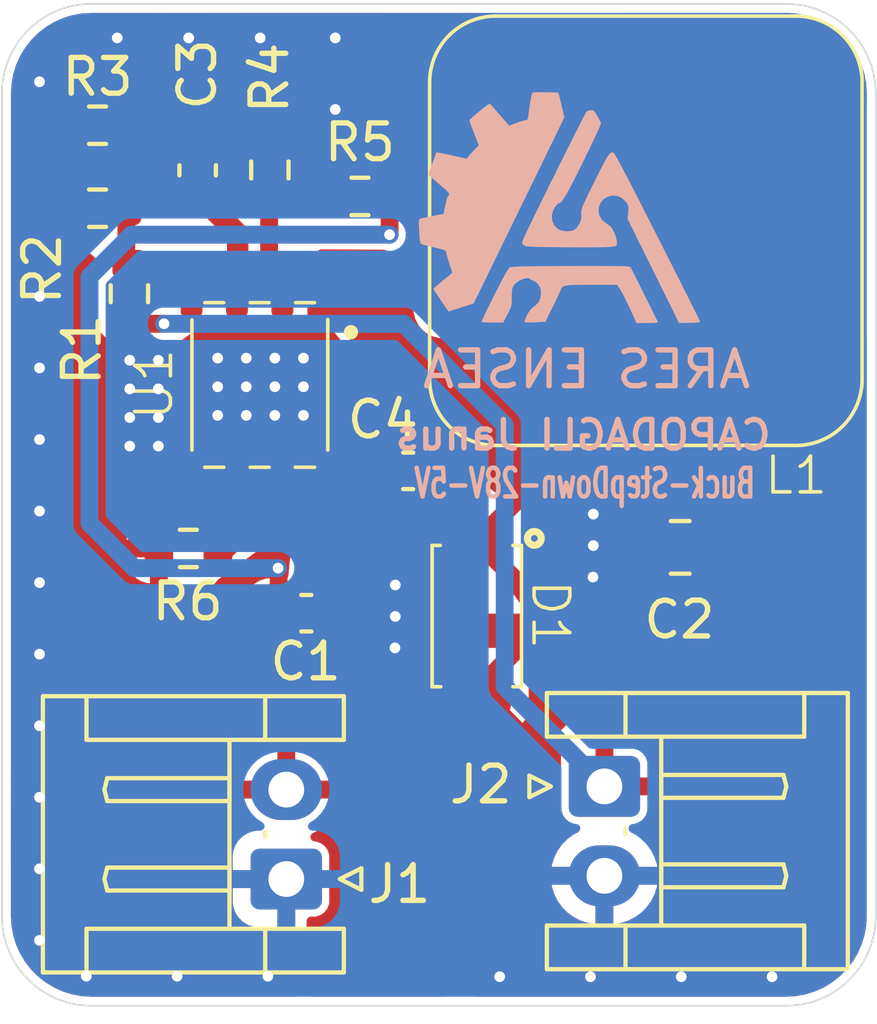
<source format=kicad_pcb>
(kicad_pcb (version 20241229) (generator "pcbnew") (generator_version "9.0")
  (title_block (title "Janus's Buck StepDown MP1584 PCB") (comment 1 "Takes up to 28V and 3A") (comment 2 "This is a 5V DC-DC Buck StepDown converter ") (comment 3 "Size : 28mm*24.5mm"))
  (layers (0 "F.Cu" signal) (2 "B.Cu" signal) (13 "F.Paste" user) (15 "B.Paste" user) (5 "F.SilkS" user "F.Silkscreen") (7 "B.SilkS" user "B.Silkscreen") (1 "F.Mask" user) (3 "B.Mask" user) (25 "Edge.Cuts" user))
  (net 0 "")
  (net 1 "GND")
  (net 2 "Net-(C3-Pad2)")
  (net 3 "Net-(U1-COMP)")
  (net 4 "Net-(U1-BST)")
  (net 5 "/FB")
  (net 6 "/EN")
  (net 7 "Net-(U1-FREQ)")
  (net 8 "/VIN")
  (net 9 "/Vout")
  (net 10 "/SW")
  (footprint "DO-214AD:FSV330AF" (layer "F.Cu") (at 166.76 96.01 -90)
    (property "Reference" "D1" (at 2.06 -2.06 270) (layer "F.SilkS") (effects (font (thickness 0.1))))
    (property "Value" "1N5822")
    (fp_line (start 0.125 1.25) (end 4.075 1.25) (stroke (width 0.1)) (layer "F.SilkS"))
    (fp_line (start 4.075 1.25) (end 0.125 1.25) (stroke (width 0.1)) (layer "F.SilkS"))
    (fp_line (start 4.075 1.25) (end 4.075 1.01) (stroke (width 0.1)) (layer "F.SilkS"))
    (fp_line (start 0.125 1.02) (end 0.125 1.25) (stroke (width 0.1)) (layer "F.SilkS"))
    (fp_line (start 0.125 -1.01) (end 0.125 -1.25) (stroke (width 0.1)) (layer "F.SilkS"))
    (fp_line (start 4.075 -1.25) (end 4.075 -1.01) (stroke (width 0.1)) (layer "F.SilkS"))
    (fp_line (start 4.075 -1.25) (end 0.125 -1.25) (stroke (width 0.1)) (layer "F.SilkS"))
    (fp_circle (center -0.072195 -1.61) (end -0.012195 -1.54) (stroke (width 0.2)) (fill no) (layer "F.SilkS"))
    (pad "1" smd roundrect (at 0 0) (size 1.9 1.34) (layers "F.Cu" "F.Mask" "F.Paste") (roundrect_rratio 0.15) (net 10 "/SW"))
    (pad "2" smd roundrect (at 4.16 0) (size 1.9 1.34) (layers "F.Cu" "F.Mask" "F.Paste") (roundrect_rratio 0.15) (net 1 "GND"))
  )
  (footprint "Resistor_SMD:R_0603_1608Metric" (layer "F.Cu") (at 156.15 84.39 180)
    (property "Reference" "R3" (at 0 1.35 0) (layer "F.SilkS"))
    (property "Value" "100k")
    (fp_line (start -0.237258 0.5225) (end 0.237258 0.5225) (stroke (width 0.12)) (layer "F.SilkS"))
    (fp_line (start -0.237258 -0.5225) (end 0.237258 -0.5225) (stroke (width 0.12)) (layer "F.SilkS"))
    (pad "1" smd roundrect (at -0.825 0 180) (size 0.8 0.95) (layers "F.Cu" "F.Mask" "F.Paste") (net 2 "Net-(C3-Pad2)"))
    (pad "2" smd roundrect (at 0.825 0 180) (size 0.8 0.95) (layers "F.Cu" "F.Mask" "F.Paste") (net 1 "GND"))
  )
  (footprint "Resistor_SMD:R_0603_1608Metric" (layer "F.Cu") (at 158.69 96.22 180)
    (property "Reference" "R6" (at 0.02 -1.48 180) (layer "F.SilkS"))
    (property "Value" "100k")
    (fp_line (start -0.237258 0.5225) (end 0.237258 0.5225) (stroke (width 0.12)) (layer "F.SilkS"))
    (fp_line (start -0.237258 -0.5225) (end 0.237258 -0.5225) (stroke (width 0.12)) (layer "F.SilkS"))
    (pad "1" smd roundrect (at -0.825 0 180) (size 0.8 0.95) (layers "F.Cu" "F.Mask" "F.Paste") (net 7 "Net-(U1-FREQ)"))
    (pad "2" smd roundrect (at 0.825 0 180) (size 0.8 0.95) (layers "F.Cu" "F.Mask" "F.Paste") (net 1 "GND"))
  )
  (footprint "Resistor_SMD:R_0603_1608Metric" (layer "F.Cu") (at 163.49 86.38 180)
    (property "Reference" "R5" (at 0 1.51 0) (layer "F.SilkS"))
    (property "Value" "100k")
    (fp_line (start -0.237258 0.5225) (end 0.237258 0.5225) (stroke (width 0.12)) (layer "F.SilkS"))
    (fp_line (start -0.237258 -0.5225) (end 0.237258 -0.5225) (stroke (width 0.12)) (layer "F.SilkS"))
    (pad "1" smd roundrect (at -0.825 0 180) (size 0.8 0.95) (layers "F.Cu" "F.Mask" "F.Paste") (net 8 "/VIN"))
    (pad "2" smd roundrect (at 0.825 0 180) (size 0.8 0.95) (layers "F.Cu" "F.Mask" "F.Paste") (net 6 "/EN"))
  )
  (footprint "Connector_JST:JST_EH_S2B-EH_1x02_P2.50mm_Horizontal" (layer "F.Cu") (at 161.43 105.46 90)
    (property "Reference" "J1" (at -0.14 3.1675 0) (layer "F.SilkS"))
    (property "Value" "Conn_01x02")
    (fp_line (start 5.11 -6.81) (end 5.11 1.61) (stroke (width 0.12)) (layer "F.SilkS"))
    (fp_line (start -2.61 -6.81) (end 5.11 -6.81) (stroke (width 0.12)) (layer "F.SilkS"))
    (fp_line (start 5.11 -5.59) (end 3.89 -5.59) (stroke (width 0.12)) (layer "F.SilkS"))
    (fp_line (start 3.89 -5.59) (end 3.89 -0.59) (stroke (width 0.12)) (layer "F.SilkS"))
    (fp_line (start -1.39 -5.59) (end -1.39 -0.59) (stroke (width 0.12)) (layer "F.SilkS"))
    (fp_line (start -2.61 -5.59) (end -1.39 -5.59) (stroke (width 0.12)) (layer "F.SilkS"))
    (fp_line (start 2.5 -5.09) (end 2.82 -5.01) (stroke (width 0.12)) (layer "F.SilkS"))
    (fp_line (start 0 -5.09) (end 0.32 -5.01) (stroke (width 0.12)) (layer "F.SilkS"))
    (fp_line (start 2.82 -5.01) (end 2.82 -1.59) (stroke (width 0.12)) (layer "F.SilkS"))
    (fp_line (start 2.18 -5.01) (end 2.5 -5.09) (stroke (width 0.12)) (layer "F.SilkS"))
    (fp_line (start 0.32 -5.01) (end 0.32 -1.59) (stroke (width 0.12)) (layer "F.SilkS"))
    (fp_line (start -0.32 -5.01) (end 0 -5.09) (stroke (width 0.12)) (layer "F.SilkS"))
    (fp_line (start 2.82 -1.59) (end 2.5 -1.59) (stroke (width 0.12)) (layer "F.SilkS"))
    (fp_line (start 2.5 -1.59) (end 2.18 -1.59) (stroke (width 0.12)) (layer "F.SilkS"))
    (fp_line (start 2.18 -1.59) (end 2.18 -5.01) (stroke (width 0.12)) (layer "F.SilkS"))
    (fp_line (start 0.32 -1.59) (end 0 -1.59) (stroke (width 0.12)) (layer "F.SilkS"))
    (fp_line (start 0 -1.59) (end -0.32 -1.59) (stroke (width 0.12)) (layer "F.SilkS"))
    (fp_line (start -0.32 -1.59) (end -0.32 -5.01) (stroke (width 0.12)) (layer "F.SilkS"))
    (fp_line (start -1.39 -1.59) (end 3.89 -1.59) (stroke (width 0.12)) (layer "F.SilkS"))
    (fp_line (start 3.89 -0.59) (end 5.11 -0.59) (stroke (width 0.12)) (layer "F.SilkS"))
    (fp_line (start 1.17 -0.59) (end 1.33 -0.59) (stroke (width 0.12)) (layer "F.SilkS"))
    (fp_line (start -1.39 -0.59) (end -2.61 -0.59) (stroke (width 0.12)) (layer "F.SilkS"))
    (fp_line (start -1.39 -0.59) (end -1.39 1.61) (stroke (width 0.12)) (layer "F.SilkS"))
    (fp_line (start 0 1.5) (end -0.3 2.1) (stroke (width 0.12)) (layer "F.SilkS"))
    (fp_line (start 5.11 1.61) (end 3.89 1.61) (stroke (width 0.12)) (layer "F.SilkS"))
    (fp_line (start 3.89 1.61) (end 3.89 -0.59) (stroke (width 0.12)) (layer "F.SilkS"))
    (fp_line (start -1.39 1.61) (end -2.61 1.61) (stroke (width 0.12)) (layer "F.SilkS"))
    (fp_line (start -2.61 1.61) (end -2.61 -6.81) (stroke (width 0.12)) (layer "F.SilkS"))
    (fp_line (start 0.3 2.1) (end 0 1.5) (stroke (width 0.12)) (layer "F.SilkS"))
    (fp_line (start -0.3 2.1) (end 0.3 2.1) (stroke (width 0.12)) (layer "F.SilkS"))
    (pad "1" thru_hole roundrect (at 0 0 90) (size 1.7 2) (drill 1) (layers "*.Cu" "*.Mask") (roundrect_rratio 0.147059) (net 1 "GND"))
    (pad "2" thru_hole oval (at 2.5 0 90) (size 1.7 2) (drill 1) (layers "*.Cu" "*.Mask") (net 8 "/VIN"))
  )
  (footprint "Capacitor_SMD:C_0603_1608Metric" (layer "F.Cu") (at 161.99 98.03)
    (property "Reference" "C1" (at -0.02 1.35 180) (layer "F.SilkS"))
    (property "Value" "10u")
    (fp_line (start -0.14058 -0.51) (end 0.14058 -0.51) (stroke (width 0.12)) (layer "F.SilkS"))
    (fp_line (start -0.14058 0.51) (end 0.14058 0.51) (stroke (width 0.12)) (layer "F.SilkS"))
    (pad "1" smd roundrect (at -0.775 0) (size 0.9 0.95) (layers "F.Cu" "F.Mask" "F.Paste") (net 8 "/VIN"))
    (pad "2" smd roundrect (at 0.775 0) (size 0.9 0.95) (layers "F.Cu" "F.Mask" "F.Paste") (net 1 "GND"))
  )
  (footprint "Resistor_SMD:R_0603_1608Metric" (layer "F.Cu") (at 160.97 85.64 90)
    (property "Reference" "R4" (at 2.57 -0.01 90) (layer "F.SilkS"))
    (property "Value" "24.9k")
    (fp_line (start -0.237258 -0.5225) (end 0.237258 -0.5225) (stroke (width 0.12)) (layer "F.SilkS"))
    (fp_line (start -0.237258 0.5225) (end 0.237258 0.5225) (stroke (width 0.12)) (layer "F.SilkS"))
    (pad "1" smd roundrect (at -0.825 0 90) (size 0.8 0.95) (layers "F.Cu" "F.Mask" "F.Paste") (net 6 "/EN"))
    (pad "2" smd roundrect (at 0.825 0 90) (size 0.8 0.95) (layers "F.Cu" "F.Mask" "F.Paste") (net 1 "GND"))
  )
  (footprint "Resistor_SMD:R_0603_1608Metric" (layer "F.Cu") (at 156.15 86.71)
    (property "Reference" "R2" (at -1.55 1.7 90) (layer "F.SilkS"))
    (property "Value" "40.2k")
    (fp_line (start -0.237258 -0.5225) (end 0.237258 -0.5225) (stroke (width 0.12)) (layer "F.SilkS"))
    (fp_line (start -0.237258 0.5225) (end 0.237258 0.5225) (stroke (width 0.12)) (layer "F.SilkS"))
    (pad "1" smd roundrect (at -0.825 0) (size 0.8 0.95) (layers "F.Cu" "F.Mask" "F.Paste") (net 1 "GND"))
    (pad "2" smd roundrect (at 0.825 0) (size 0.8 0.95) (layers "F.Cu" "F.Mask" "F.Paste") (net 5 "/FB"))
  )
  (footprint "CDRH127F:CDRH127F-150M" (layer "F.Cu") (at 166.59 87.34 90)
    (property "Reference" "L1" (at -6.84 9.100002 0) (layer "F.SilkS") (effects (font (thickness 0.1))))
    (property "Value" "15u")
    (fp_line (start 4.15 -1.15) (end -4.150002 -1.15) (stroke (width 0.1)) (layer "F.SilkS"))
    (fp_line (start -6 0.699998) (end -6 9.100002) (stroke (width 0.1)) (layer "F.SilkS"))
    (fp_line (start 6 0.7) (end 6 9.1) (stroke (width 0.1)) (layer "F.SilkS"))
    (fp_line (start -4.15 10.95) (end 4.15 10.95) (stroke (width 0.1)) (layer "F.SilkS"))
    (fp_arc (start 4.15 -1.15) (mid 5.458148 -0.608148) (end 6 0.7) (stroke (width 0.1)) (layer "F.SilkS"))
    (fp_arc (start -6 0.7) (mid -5.458148 -0.608148) (end -4.15 -1.15) (stroke (width 0.1)) (layer "F.SilkS"))
    (fp_arc (start 6 9.1) (mid 5.458148 10.408148) (end 4.15 10.95) (stroke (width 0.1)) (layer "F.SilkS"))
    (fp_arc (start -4.15 10.95) (mid -5.458148 10.408148) (end -6 9.1) (stroke (width 0.1)) (layer "F.SilkS"))
    (pad "1" smd roundrect (at 0 0 90) (size 5 2.2) (layers "F.Cu" "F.Mask" "F.Paste") (roundrect_rratio 0.15) (net 10 "/SW"))
    (pad "2" smd roundrect (at 0 9.8 90) (size 5 2.2) (layers "F.Cu" "F.Mask" "F.Paste") (roundrect_rratio 0.15) (net 9 "/Vout"))
  )
  (footprint "Connector_JST:JST_EH_S2B-EH_1x02_P2.50mm_Horizontal" (layer "F.Cu") (at 170.33 102.87 -90)
    (property "Reference" "J2" (at -0.05 3.4575 180) (layer "F.SilkS"))
    (property "Value" "Conn_01x02")
    (fp_line (start -0.3 2.1) (end 0.3 2.1) (stroke (width 0.12)) (layer "F.SilkS"))
    (fp_line (start 0.3 2.1) (end 0 1.5) (stroke (width 0.12)) (layer "F.SilkS"))
    (fp_line (start -2.61 1.61) (end -2.61 -6.81) (stroke (width 0.12)) (layer "F.SilkS"))
    (fp_line (start -1.39 1.61) (end -2.61 1.61) (stroke (width 0.12)) (layer "F.SilkS"))
    (fp_line (start 3.89 1.61) (end 3.89 -0.59) (stroke (width 0.12)) (layer "F.SilkS"))
    (fp_line (start 5.11 1.61) (end 3.89 1.61) (stroke (width 0.12)) (layer "F.SilkS"))
    (fp_line (start 0 1.5) (end -0.3 2.1) (stroke (width 0.12)) (layer "F.SilkS"))
    (fp_line (start -1.39 -0.59) (end -1.39 1.61) (stroke (width 0.12)) (layer "F.SilkS"))
    (fp_line (start -1.39 -0.59) (end -2.61 -0.59) (stroke (width 0.12)) (layer "F.SilkS"))
    (fp_line (start 1.17 -0.59) (end 1.33 -0.59) (stroke (width 0.12)) (layer "F.SilkS"))
    (fp_line (start 3.89 -0.59) (end 5.11 -0.59) (stroke (width 0.12)) (layer "F.SilkS"))
    (fp_line (start -1.39 -1.59) (end 3.89 -1.59) (stroke (width 0.12)) (layer "F.SilkS"))
    (fp_line (start -0.32 -1.59) (end -0.32 -5.01) (stroke (width 0.12)) (layer "F.SilkS"))
    (fp_line (start 0 -1.59) (end -0.32 -1.59) (stroke (width 0.12)) (layer "F.SilkS"))
    (fp_line (start 0.32 -1.59) (end 0 -1.59) (stroke (width 0.12)) (layer "F.SilkS"))
    (fp_line (start 2.18 -1.59) (end 2.18 -5.01) (stroke (width 0.12)) (layer "F.SilkS"))
    (fp_line (start 2.5 -1.59) (end 2.18 -1.59) (stroke (width 0.12)) (layer "F.SilkS"))
    (fp_line (start 2.82 -1.59) (end 2.5 -1.59) (stroke (width 0.12)) (layer "F.SilkS"))
    (fp_line (start -0.32 -5.01) (end 0 -5.09) (stroke (width 0.12)) (layer "F.SilkS"))
    (fp_line (start 0.32 -5.01) (end 0.32 -1.59) (stroke (width 0.12)) (layer "F.SilkS"))
    (fp_line (start 2.18 -5.01) (end 2.5 -5.09) (stroke (width 0.12)) (layer "F.SilkS"))
    (fp_line (start 2.82 -5.01) (end 2.82 -1.59) (stroke (width 0.12)) (layer "F.SilkS"))
    (fp_line (start 0 -5.09) (end 0.32 -5.01) (stroke (width 0.12)) (layer "F.SilkS"))
    (fp_line (start 2.5 -5.09) (end 2.82 -5.01) (stroke (width 0.12)) (layer "F.SilkS"))
    (fp_line (start -2.61 -5.59) (end -1.39 -5.59) (stroke (width 0.12)) (layer "F.SilkS"))
    (fp_line (start -1.39 -5.59) (end -1.39 -0.59) (stroke (width 0.12)) (layer "F.SilkS"))
    (fp_line (start 3.89 -5.59) (end 3.89 -0.59) (stroke (width 0.12)) (layer "F.SilkS"))
    (fp_line (start 5.11 -5.59) (end 3.89 -5.59) (stroke (width 0.12)) (layer "F.SilkS"))
    (fp_line (start -2.61 -6.81) (end 5.11 -6.81) (stroke (width 0.12)) (layer "F.SilkS"))
    (fp_line (start 5.11 -6.81) (end 5.11 1.61) (stroke (width 0.12)) (layer "F.SilkS"))
    (pad "1" thru_hole roundrect (at 0 0 270) (size 1.7 2) (drill 1) (layers "*.Cu" "*.Mask") (roundrect_rratio 0.147059) (net 9 "/Vout"))
    (pad "2" thru_hole oval (at 2.5 0 270) (size 1.7 2) (drill 1) (layers "*.Cu" "*.Mask") (net 1 "GND"))
  )
  (footprint "Capacitor_SMD:C_0603_1608Metric" (layer "F.Cu") (at 158.95 85.65 90)
    (property "Reference" "C3" (at 2.68 -0.01 90) (layer "F.SilkS"))
    (property "Value" "150p")
    (fp_line (start -0.14058 -0.51) (end 0.14058 -0.51) (stroke (width 0.12)) (layer "F.SilkS"))
    (fp_line (start -0.14058 0.51) (end 0.14058 0.51) (stroke (width 0.12)) (layer "F.SilkS"))
    (pad "1" smd roundrect (at -0.775 0 90) (size 0.9 0.95) (layers "F.Cu" "F.Mask" "F.Paste") (net 3 "Net-(U1-COMP)"))
    (pad "2" smd roundrect (at 0.775 0 90) (size 0.9 0.95) (layers "F.Cu" "F.Mask" "F.Paste") (net 2 "Net-(C3-Pad2)"))
  )
  (footprint "Capacitor_SMD:C_0603_1608Metric" (layer "F.Cu") (at 164.84 94.05)
    (property "Reference" "C4" (at -0.71 -1.43 0) (layer "F.SilkS"))
    (property "Value" "100n")
    (fp_line (start -0.14058 -0.51) (end 0.14058 -0.51) (stroke (width 0.12)) (layer "F.SilkS"))
    (fp_line (start -0.14058 0.51) (end 0.14058 0.51) (stroke (width 0.12)) (layer "F.SilkS"))
    (pad "1" smd roundrect (at -0.775 0) (size 0.9 0.95) (layers "F.Cu" "F.Mask" "F.Paste") (net 4 "Net-(U1-BST)"))
    (pad "2" smd roundrect (at 0.775 0) (size 0.9 0.95) (layers "F.Cu" "F.Mask" "F.Paste") (net 10 "/SW"))
  )
  (footprint "Capacitor_SMD:C_0805_2012Metric" (layer "F.Cu") (at 172.45 96.19 180)
    (property "Reference" "C2" (at 0.02 -2.02 0) (layer "F.SilkS"))
    (property "Value" "22u")
    (fp_line (start -0.261252 0.735) (end 0.261252 0.735) (stroke (width 0.12)) (layer "F.SilkS"))
    (fp_line (start -0.261252 -0.735) (end 0.261252 -0.735) (stroke (width 0.12)) (layer "F.SilkS"))
    (pad "1" smd roundrect (at -0.95 0 180) (size 1 1.45) (layers "F.Cu" "F.Mask" "F.Paste") (net 9 "/Vout"))
    (pad "2" smd roundrect (at 0.95 0 180) (size 1 1.45) (layers "F.Cu" "F.Mask" "F.Paste") (net 1 "GND"))
  )
  (footprint "MP1584:MP1584-custom" (layer "F.Cu") (at 162.59 88.95 180)
    (property "Reference" "U1" (at 4.86 -2.68 90) (layer "F.SilkS") (effects (font (thickness 0.1))))
    (property "Value" "~")
    (fp_line (start 3.8 -4.52) (end 3.8 -0.88) (stroke (width 0.1)) (layer "F.SilkS"))
    (fp_line (start 2.91 -0.4) (end 3.44 -0.4) (stroke (width 0.1)) (layer "F.SilkS"))
    (fp_line (start 2.91 -5) (end 3.44 -5) (stroke (width 0.1)) (layer "F.SilkS"))
    (fp_line (start 1.64 -0.4) (end 2.17 -0.4) (stroke (width 0.1)) (layer "F.SilkS"))
    (fp_line (start 1.64 -5) (end 2.17 -5) (stroke (width 0.1)) (layer "F.SilkS"))
    (fp_line (start 0.37 -0.4) (end 0.9 -0.4) (stroke (width 0.1)) (layer "F.SilkS"))
    (fp_line (start 0.37 -5) (end 0.91 -5) (stroke (width 0.1)) (layer "F.SilkS"))
    (fp_line (start 0 -4.52) (end 0 -0.87) (stroke (width 0.1)) (layer "F.SilkS"))
    (fp_circle (center -0.65 -1.225) (end -0.65 -1.325) (stroke (width 0.2)) (fill no) (layer "F.SilkS"))
    (pad "1" smd roundrect (at 0 0 270) (size 1.6 0.61) (layers "F.Cu" "F.Mask" "F.Paste") (net 10 "/SW"))
    (pad "2" smd roundrect (at 1.27 0 270) (size 1.6 0.61) (layers "F.Cu" "F.Mask" "F.Paste") (net 6 "/EN"))
    (pad "3" smd roundrect (at 2.54 0 270) (size 1.6 0.61) (layers "F.Cu" "F.Mask" "F.Paste") (net 3 "Net-(U1-COMP)"))
    (pad "4" smd roundrect (at 3.81 0 270) (size 1.6 0.61) (layers "F.Cu" "F.Mask" "F.Paste") (net 5 "/FB"))
    (pad "5" smd roundrect (at 3.81 -5.4 270) (size 1.6 0.61) (layers "F.Cu" "F.Mask" "F.Paste") (net 1 "GND"))
    (pad "6" smd roundrect (at 2.54 -5.4 270) (size 1.6 0.61) (layers "F.Cu" "F.Mask" "F.Paste") (net 7 "Net-(U1-FREQ)"))
    (pad "7" smd roundrect (at 1.27 -5.4 270) (size 1.6 0.61) (layers "F.Cu" "F.Mask" "F.Paste") (net 8 "/VIN"))
    (pad "8" smd roundrect (at 0 -5.4 270) (size 1.6 0.61) (layers "F.Cu" "F.Mask" "F.Paste") (net 4 "Net-(U1-BST)"))
    (pad "9" smd roundrect (at 1.905 -2.7) (size 3.45 2.56) (layers "F.Cu" "F.Mask" "F.Paste") (roundrect_rratio 0.09765625) (net 1 "GND"))
  )
  (footprint "Resistor_SMD:R_0603_1608Metric" (layer "F.Cu") (at 157.04 89.1 90)
    (property "Reference" "R1" (at -1.57 -1.33 90) (layer "F.SilkS"))
    (property "Value" "210k")
    (fp_line (start -0.237258 -0.5225) (end 0.237258 -0.5225) (stroke (width 0.12)) (layer "F.SilkS"))
    (fp_line (start -0.237258 0.5225) (end 0.237258 0.5225) (stroke (width 0.12)) (layer "F.SilkS"))
    (pad "1" smd roundrect (at -0.825 0 90) (size 0.8 0.95) (layers "F.Cu" "F.Mask" "F.Paste") (net 9 "/Vout"))
    (pad "2" smd roundrect (at 0.825 0 90) (size 0.8 0.95) (layers "F.Cu" "F.Mask" "F.Paste") (net 5 "/FB"))
  )
  (footprint "Logos_Ensea:LogoAres" (layer "B.Cu") (at 169.06 86.69 180)
    (property "Reference" "G***" (hide yes))
    (property "Value" "LOGO" (hide yes))
    (fp_poly (pts (xy -0.449903 -1.634303) (xy -0.226786 -1.634998) (xy 0.117485 -1.636555) (xy 0.411846 -1.638477) (xy 0.659743 -1.640851) (xy 0.864626 -1.643761) (xy 1.029943 -1.647294) (xy 1.159144 -1.651537) (xy 1.255678 -1.656575) (xy 1.322992 -1.662494) (xy 1.364537 -1.669381) (xy 1.380637 -1.675104) (xy 1.412935 -1.711568) (xy 1.466507 -1.795776) (xy 1.54082 -1.926773) (xy 1.635341 -2.103601) (xy 1.749535 -2.325302) (xy 1.811916 -2.448843) (xy 1.903125 -2.631712) (xy 1.985369 -2.798978) (xy 2.055865 -2.944794) (xy 2.111829 -3.063309) (xy 2.150481 -3.148674) (xy 2.169037 -3.195039) (xy 2.17004 -3.201681) (xy 2.139607 -3.207028) (xy 2.067144 -3.211354) (xy 1.963978 -3.214173) (xy 1.858823 -3.215021) (xy 1.560819 -3.215021) (xy 1.441304 -2.988235) (xy 1.385748 -2.880564) (xy 1.350758 -2.800703) (xy 1.331548 -2.729509) (xy 1.32333 -2.647839) (xy 1.321321 -2.536548) (xy 1.32124 -2.507983) (xy 1.319462 -2.384619) (xy 1.312991 -2.300382) (xy 1.299171 -2.241076) (xy 1.275343 -2.192507) (xy 1.257074 -2.165319) (xy 1.194602 -2.101495) (xy 1.110287 -2.04571) (xy 1.017105 -2.002845) (xy 0.92803 -1.977782) (xy 0.856035 -1.975403) (xy 0.815028 -1.998998) (xy 0.779986 -2.022651) (xy 0.726742 -2.040494) (xy 0.66528 -2.07199) (xy 0.599613 -2.130467) (xy 0.580304 -2.153565) (xy 0.532921 -2.228998) (xy 0.511257 -2.30803) (xy 0.506932 -2.393541) (xy 0.521414 -2.535819) (xy 0.56969 -2.645831) (xy 0.65901 -2.737602) (xy 0.700019 -2.767142) (xy 0.786236 -2.840797) (xy 0.859191 -2.942078) (xy 0.898607 -3.015936) (xy 0.937742 -3.102485) (xy 0.961828 -3.169951) (xy 0.96618 -3.204973) (xy 0.965309 -3.206218) (xy 0.932703 -3.212253) (xy 0.858757 -3.214573) (xy 0.755373 -3.213057) (xy 0.664844 -3.209286) (xy 0.382525 -3.194476) (xy 0.164581 -2.757639) (xy 0.09497 -2.616056) (xy 0.034558 -2.489248) (xy -0.012838 -2.385556) (xy -0.043398 -2.31332) (xy -0.053362 -2.281675) (xy -0.074987 -2.243623) (xy -0.127502 -2.204273) (xy -0.132079 -2.20184) (xy -0.165138 -2.18914) (xy -0.213478 -2.179276) (xy -0.28338 -2.171923) (xy -0.381125 -2.166758) (xy -0.512992 -2.163454) (xy -0.685263 -2.161689) (xy -0.904217 -2.161136) (xy -0.91949 -2.161134) (xy -1.628184 -2.161134) (xy -1.717473 -2.301208) (xy -1.760127 -2.375129) (xy -1.818092 -2.485362) (xy -1.885062 -2.619431) (xy -1.954733 -2.764861) (xy -1.987182 -2.834821) (xy -2.167603 -3.228361) (xy -2.47342 -3.228361) (xy -2.592926 -3.226741) (xy -2.688965 -3.222335) (xy -2.751394 -3.215828) (xy -2.770344 -3.208351) (xy -2.756706 -3.180403) (xy -2.722201 -3.110527) (xy -2.669728 -3.004571) (xy -2.602187 -2.868384) (xy -2.522477 -2.707814) (xy -2.433499 -2.528708) (xy -2.380881 -2.42285) (xy -2.018638 -1.694223) (xy -2.001051 -1.694223) (xy -1.987711 -1.707563) (xy -1.97437 -1.694223) (xy -1.987711 -1.680882) (xy -2.001051 -1.694223) (xy -2.018638 -1.694223) (xy -2.000311 -1.65736) (xy -1.887288 -1.643248) (xy -1.84022 -1.640757) (xy -1.744949 -1.638607) (xy -1.606632 -1.636823) (xy -1.430429 -1.635432) (xy -1.221497 -1.634459) (xy -0.984993 -1.633929) (xy -0.726076 -1.633869)) (fill yes) (layer "B.SilkS"))
    (fp_poly (pts (xy 0.619927 3.222025) (xy 0.703633 3.217608) (xy 0.746851 3.210902) (xy 0.74988 3.209157) (xy 0.760792 3.176677) (xy 0.776752 3.102555) (xy 0.795883 2.99806) (xy 0.816307 2.87446) (xy 0.836145 2.743024) (xy 0.853519 2.61502) (xy 0.864524 2.521324) (xy 0.88358 2.458574) (xy 0.923441 2.438551) (xy 0.993004 2.428335) (xy 1.085284 2.402182) (xy 1.211498 2.356774) (xy 1.249698 2.342013) (xy 1.392149 2.286411) (xy 1.486388 2.390527) (xy 1.545814 2.457851) (xy 1.625898 2.5508) (xy 1.713321 2.653851) (xy 1.754136 2.702535) (xy 1.828721 2.788759) (xy 1.891836 2.855907) (xy 1.935312 2.895615) (xy 1.949581 2.90264) (xy 1.985489 2.880686) (xy 2.049716 2.833225) (xy 2.13286 2.768039) (xy 2.225513 2.692912) (xy 2.318273 2.615625) (xy 2.401733 2.543961) (xy 2.46649 2.485703) (xy 2.503136 2.448633) (xy 2.507983 2.440573) (xy 2.498808 2.406706) (xy 2.473669 2.333194) (xy 2.436142 2.230048) (xy 2.389803 2.107277) (xy 2.377276 2.074733) (xy 2.24657 1.736472) (xy 2.372512 1.608625) (xy 2.444014 1.53335) (xy 2.504676 1.464761) (xy 2.537644 1.422797) (xy 2.576835 1.364816) (xy 2.999923 1.456652) (xy 3.142493 1.487047) (xy 3.265535 1.512229) (xy 3.360183 1.530469) (xy 3.417573 1.540036) (xy 3.430775 1.540724) (xy 3.442186 1.514052) (xy 3.467606 1.447035) (xy 3.503323 1.349661) (xy 3.545624 1.231918) (xy 3.547473 1.226721) (xy 3.656408 0.920483) (xy 3.515756 0.792323) (xy 3.415693 0.703852) (xy 3.302166 0.607406) (xy 3.223536 0.543041) (xy 3.133785 0.463346) (xy 3.08435 0.40091) (xy 3.0758 0.371044) (xy 3.087752 0.328965) (xy 3.099607 0.320168) (xy 3.118919 0.296633) (xy 3.14321 0.224887) (xy 3.172976 0.103215) (xy 3.200452 -0.028147) (xy 3.229983 -0.176358) (xy 3.52933 -0.236706) (xy 3.653877 -0.262188) (xy 3.762711 -0.28514) (xy 3.843001 -0.302814) (xy 3.87933 -0.311667) (xy 3.900159 -0.321076) (xy 3.913593 -0.340996) (xy 3.920498 -0.380447) (xy 3.921742 -0.448446) (xy 3.918191 -0.554013) (xy 3.912986 -0.661638) (xy 3.90368 -0.801803) (xy 3.891882 -0.913192) (xy 3.878706 -0.987321) (xy 3.866624 -1.015146) (xy 3.829046 -1.029037) (xy 3.752713 -1.051186) (xy 3.650868 -1.077869) (xy 3.592841 -1.09215) (xy 3.434096 -1.130433) (xy 3.31977 -1.158879) (xy 3.242463 -1.180384) (xy 3.194775 -1.197843) (xy 3.169305 -1.214152) (xy 3.158654 -1.232207) (xy 3.155421 -1.254903) (xy 3.154747 -1.26358) (xy 3.144114 -1.316569) (xy 3.120078 -1.404782) (xy 3.086907 -1.513089) (xy 3.06884 -1.568224) (xy 3.034068 -1.673135) (xy 3.006832 -1.75745) (xy 2.990864 -1.809497) (xy 2.988235 -1.820233) (xy 3.00767 -1.840805) (xy 3.059557 -1.885937) (xy 3.134268 -1.947375) (xy 3.168329 -1.974622) (xy 3.26382 -2.051775) (xy 3.354291 -2.127163) (xy 3.423001 -2.186787) (xy 3.433329 -2.196209) (xy 3.518235 -2.274823) (xy 3.306069 -2.591508) (xy 3.230085 -2.70422) (xy 3.165271 -2.799027) (xy 3.117049 -2.868101) (xy 3.090841 -2.903614) (xy 3.08776 -2.906678) (xy 3.061578 -2.898391) (xy 2.994035 -2.876716) (xy 2.894546 -2.844681) (xy 2.772525 -2.805314) (xy 2.734768 -2.793121) (xy 2.38792 -2.68108) (xy 2.321863 -2.54784) (xy 2.291613 -2.48643) (xy 2.240128 -2.381449) (xy 2.169552 -2.23729) (xy 2.082031 -2.05835) (xy 1.979709 -1.849023) (xy 1.864731 -1.613704) (xy 1.739241 -1.356788) (xy 1.605385 -1.08267) (xy 1.465308 -0.795746) (xy 1.321153 -0.50041) (xy 1.175066 -0.201058) (xy 1.029192 0.097917) (xy 0.885674 0.392118) (xy 0.746659 0.67715) (xy 0.61429 0.948619) (xy 0.490713 1.20213) (xy 0.378071 1.433288) (xy 0.278511 1.637697) (xy 0.194177 1.810962) (xy 0.127212 1.94869) (xy 0.079763 2.046483) (xy 0.068913 2.068912) (xy -0.150808 2.523643) (xy -0.06696 2.869332) (xy 0.010416 3.18834) (xy 0.02668 3.18834) (xy 0.04002 3.175) (xy 0.053361 3.18834) (xy 0.720377 3.18834) (xy 0.733718 3.175) (xy 0.747058 3.18834) (xy 0.733718 3.201681) (xy 0.720377 3.18834) (xy 0.053361 3.18834) (xy 0.04002 3.201681) (xy 0.02668 3.18834) (xy 0.010416 3.18834) (xy 0.016888 3.215021) (xy 0.373163 3.222497) (xy 0.506261 3.223779)) (fill yes) (layer "B.SilkS"))
    (fp_poly (pts (xy -0.816554 2.705979) (xy -0.764971 2.673118) (xy -0.746485 2.642047) (xy -0.70684 2.567708) (xy -0.648348 2.454756) (xy -0.573318 2.307846) (xy -0.484063 2.131633) (xy -0.382893 1.930773) (xy -0.27212 1.709921) (xy -0.154053 1.473731) (xy -0.031004 1.226859) (xy 0.094716 0.97396) (xy 0.220796 0.719689) (xy 0.344926 0.468701) (xy 0.464794 0.225651) (xy 0.578089 -0.004806) (xy 0.682501 -0.218014) (xy 0.775718 -0.409319) (xy 0.855429 -0.574066) (xy 0.919325 -0.707599) (xy 0.965093 -0.805263) (xy 0.990422 -0.862403) (xy 0.991457 -0.864984) (xy 1.020643 -0.942082) (xy 1.02998 -0.987075) (xy 1.019476 -1.01739) (xy 0.991538 -1.04805) (xy 0.976284 -1.060991) (xy 0.955459 -1.071682) (xy 0.923985 -1.080412) (xy 0.876782 -1.087467) (xy 0.808772 -1.093138) (xy 0.714875 -1.097712) (xy 0.590011 -1.101477) (xy 0.429103 -1.104724) (xy 0.227069 -1.107739) (xy -0.021168 -1.110811) (xy -0.137117 -1.11215) (xy -0.380743 -1.114329) (xy -0.615242 -1.115286) (xy -0.833513 -1.115076) (xy -1.028454 -1.113751) (xy -1.192964 -1.111365) (xy -1.319942 -1.107973) (xy -1.402287 -1.103627) (xy -1.414076 -1.102508) (xy -1.515708 -1.090519) (xy -1.575884 -1.078364) (xy -1.606211 -1.06024) (xy -1.618295 -1.030344) (xy -1.622199 -0.998457) (xy -1.615223 -0.914486) (xy -1.586461 -0.805785) (xy -1.543184 -0.692381) (xy -1.492662 -0.594302) (xy -1.45836 -0.547113) (xy -1.394598 -0.490466) (xy -1.315813 -0.437434) (xy -1.307585 -0.432867) (xy -1.2022 -0.349049) (xy -1.135491 -0.239808) (xy -1.10713 -0.116133) (xy -1.116787 0.010984) (xy -1.164135 0.130553) (xy -1.248845 0.231581) (xy -1.329046 0.284806) (xy -1.474798 0.332187) (xy -1.615932 0.327886) (xy -1.746398 0.27356) (xy -1.860146 0.17087) (xy -1.890057 0.13095) (xy -1.923571 0.075439) (xy -1.939906 0.021953) (xy -1.942222 -0.048507) (xy -1.93514 -0.140002) (xy -1.917792 -0.320025) (xy -2.63776 -1.773816) (xy -3.357727 -3.227608) (xy -3.653234 -3.225227) (xy -3.777807 -3.222041) (xy -3.874466 -3.215245) (xy -3.933997 -3.205716) (xy -3.94874 -3.19718) (xy -3.945134 -3.18834) (xy -3.388446 -3.18834) (xy -3.375106 -3.201681) (xy -3.361765 -3.18834) (xy -3.375106 -3.175) (xy -3.388446 -3.18834) (xy -3.945134 -3.18834) (xy -3.936785 -3.16787) (xy -3.900892 -3.091987) (xy -3.841021 -2.969452) (xy -3.757134 -2.800185) (xy -3.64919 -2.584108) (xy -3.517149 -2.321141) (xy -3.360971 -2.011205) (xy -3.180617 -1.654221) (xy -2.976047 -1.25011) (xy -2.74722 -0.798793) (xy -2.494098 -0.300191) (xy -2.216641 0.245776) (xy -2.142592 0.391402) (xy -2.02635 0.618618) (xy -1.916282 0.831149) (xy -1.814936 1.024257) (xy -1.724861 1.193208) (xy -1.648606 1.333263) (xy -1.58872 1.439686) (xy -1.547751 1.507739) (xy -1.528513 1.532606) (xy -1.496909 1.541255) (xy -1.466732 1.538725) (xy -1.435051 1.52063) (xy -1.398937 1.482585) (xy -1.355461 1.420204) (xy -1.301692 1.329099) (xy -1.234701 1.204886) (xy -1.151558 1.043177) (xy -1.049335 0.839588) (xy -1.001588 0.743718) (xy -0.895908 0.530981) (xy -0.811652 0.360078) (xy -0.746431 0.225091) (xy -0.697855 0.1201) (xy -0.663535 0.039186) (xy -0.641083 -0.02357) (xy -0.62811 -0.074086) (xy -0.622226 -0.118283) (xy -0.621043 -0.162078) (xy -0.621777 -0.197306) (xy -0.620509 -0.30182) (xy -0.605283 -0.379409) (xy -0.569519 -0.455997) (xy -0.546213 -0.495038) (xy -0.488232 -0.576637) (xy -0.427454 -0.62679) (xy -0.348487 -0.652989) (xy -0.235936 -0.662723) (xy -0.200106 -0.663471) (xy -0.0591 -0.642661) (xy 0.055505 -0.581646) (xy 0.139728 -0.488643) (xy 0.189588 -0.37187) (xy 0.201105 -0.239543) (xy 0.170299 -0.099881) (xy 0.120756 -0.001099) (xy 0.073916 0.062463) (xy 0.032429 0.101195) (xy 0.017997 0.106723) (xy -0.025389 0.123767) (xy -0.079271 0.17699) (xy -0.145837 0.269527) (xy -0.227279 0.404513) (xy -0.325784 0.585083) (xy -0.354696 0.640336) (xy -0.433159 0.793215) (xy -0.519811 0.965245) (xy -0.61163 1.150118) (xy -0.705597 1.341528) (xy -0.798688 1.53317) (xy -0.887884 1.718736) (xy -0.970164 1.89192) (xy -1.042505 2.046415) (xy -1.101886 2.175916) (xy -1.145288 2.274116) (xy -1.169688 2.334708) (xy -1.17395 2.350456) (xy -1.161023 2.391424) (xy -1.127018 2.462731) (xy -1.079102 2.549443) (xy -1.075662 2.555282) (xy -1.0214 2.642727) (xy -0.980745 2.692875) (xy -0.942665 2.71576) (xy -0.896129 2.721418) (xy -0.893032 2.721429)) (fill yes) (layer "B.SilkS"))
  )
  (gr_arc (start 155.975 109) (mid 154.207233 108.267767) (end 153.475 106.5) (stroke (width 0.05)) (layer "Edge.Cuts"))
  (gr_arc (start 153.475 83.5) (mid 154.207233 81.732233) (end 155.975 81) (stroke (width 0.05)) (layer "Edge.Cuts"))
  (gr_arc (start 175.42 81) (mid 177.187767 81.732233) (end 177.92 83.5) (stroke (width 0.05)) (layer "Edge.Cuts"))
  (gr_line (start 153.475 106.5) (end 153.475 83.5) (stroke (width 0.05)) (layer "Edge.Cuts"))
  (gr_arc (start 177.92 106.5) (mid 177.187767 108.267767) (end 175.42 109) (stroke (width 0.05)) (layer "Edge.Cuts"))
  (gr_line (start 155.975 81) (end 175.42 81) (stroke (width 0.05)) (layer "Edge.Cuts"))
  (gr_line (start 177.92 83.5) (end 177.92 106.5) (stroke (width 0.05)) (layer "Edge.Cuts"))
  (gr_line (start 175.42 109) (end 155.975 109) (stroke (width 0.05)) (layer "Edge.Cuts"))
  (gr_text "Buck-StepDown-28V-5V" (at 174.61 94.87 0) (layer "B.SilkS") (effects (font (size 0.8 0.5) (thickness 0.125)) (justify left bottom mirror)))
  (gr_text "ARES ENSEA" (at 174.5 91.8 0) (layer "B.SilkS") (effects (font (size 1 1)) (justify left bottom mirror)))
  (gr_text "CAPODAGLI Janus\n" (at 175.07 93.52 0) (layer "B.SilkS") (effects (font (size 0.8 0.8)) (justify left bottom mirror)))
  (via (at 164.47 99) (size 0.6) (drill 0.3) (layers "F.Cu" "B.Cu") (net 1))
  (via (at 155.835 108.1754) (size 0.45) (drill 0.3) (layers "F.Cu" "B.Cu") (net 1))
  (via (at 161.91 90.9) (size 0.6) (drill 0.3) (layers "F.Cu" "B.Cu") (net 1))
  (via (at 159.51 92.5) (size 0.6) (drill 0.3) (layers "F.Cu" "B.Cu") (net 1))
  (via (at 154.525 103.175) (size 0.45) (drill 0.3) (layers "F.Cu" "B.Cu") (net 1))
  (via (at 160.31 92.5) (size 0.6) (drill 0.3) (layers "F.Cu" "B.Cu") (net 1))
  (via (at 159.51 90.9) (size 0.6) (drill 0.3) (layers "F.Cu" "B.Cu") (net 1))
  (via (at 157.85 91.76) (size 0.6) (drill 0.3) (layers "F.Cu" "B.Cu") (net 1))
  (via (at 170.01 97.02) (size 0.6) (drill 0.3) (layers "F.Cu" "B.Cu") (net 1))
  (via (at 154.525 93.175) (size 0.45) (drill 0.3) (layers "F.Cu" "B.Cu") (net 1))
  (via (at 157.05 93.36) (size 0.6) (drill 0.3) (layers "F.Cu" "B.Cu") (net 1))
  (via (at 154.525 83.175) (size 0.45) (drill 0.3) (layers "F.Cu" "B.Cu") (net 1))
  (via (at 162.8 83.95) (size 0.45) (drill 0.3) (layers "F.Cu" "B.Cu") (net 1))
  (via (at 167.4 108.19) (size 0.45) (drill 0.3) (layers "F.Cu" "B.Cu") (net 1))
  (via (at 156.7 81.95) (size 0.45) (drill 0.3) (layers "F.Cu" "B.Cu") (net 1))
  (via (at 158.7 81.95) (size 0.45) (drill 0.3) (layers "F.Cu" "B.Cu") (net 1))
  (via (at 157.05 92.56) (size 0.6) (drill 0.3) (layers "F.Cu" "B.Cu") (net 1))
  (via (at 159.51 91.7) (size 0.6) (drill 0.3) (layers "F.Cu" "B.Cu") (net 1))
  (via (at 170.02 95.26) (size 0.6) (drill 0.3) (layers "F.Cu" "B.Cu") (net 1))
  (via (at 154.525 95.175) (size 0.45) (drill 0.3) (layers "F.Cu" "B.Cu") (net 1))
  (via (at 154.525 101.175) (size 0.45) (drill 0.3) (layers "F.Cu" "B.Cu") (net 1))
  (via (at 154.525 97.175) (size 0.45) (drill 0.3) (layers "F.Cu" "B.Cu") (net 1))
  (via (at 160.31 90.9) (size 0.6) (drill 0.3) (layers "F.Cu" "B.Cu") (net 1))
  (via (at 170.02 96.14) (size 0.6) (drill 0.3) (layers "F.Cu" "B.Cu") (net 1))
  (via (at 154.525 107.175) (size 0.45) (drill 0.3) (layers "F.Cu" "B.Cu") (net 1))
  (via (at 160.31 91.7) (size 0.6) (drill 0.3) (layers "F.Cu" "B.Cu") (net 1))
  (via (at 164.48 98.12) (size 0.6) (drill 0.3) (layers "F.Cu" "B.Cu") (net 1))
  (via (at 162.8 81.95) (size 0.45) (drill 0.3) (layers "F.Cu" "B.Cu") (net 1))
  (via (at 161.11 91.7) (size 0.6) (drill 0.3) (layers "F.Cu" "B.Cu") (net 1))
  (via (at 175.02 108.19) (size 0.45) (drill 0.3) (layers "F.Cu" "B.Cu") (net 1))
  (via (at 172.48 108.19) (size 0.45) (drill 0.3) (layers "F.Cu" "B.Cu") (net 1))
  (via (at 157.85 93.36) (size 0.6) (drill 0.3) (layers "F.Cu" "B.Cu") (net 1))
  (via (at 154.525 99.175) (size 0.45) (drill 0.3) (layers "F.Cu" "B.Cu") (net 1))
  (via (at 161.11 90.9) (size 0.6) (drill 0.3) (layers "F.Cu" "B.Cu") (net 1))
  (via (at 160.7 81.95) (size 0.45) (drill 0.3) (layers "F.Cu" "B.Cu") (net 1))
  (via (at 161.91 92.5) (size 0.6) (drill 0.3) (layers "F.Cu" "B.Cu") (net 1))
  (via (at 158.375 108.1754) (size 0.45) (drill 0.3) (layers "F.Cu" "B.Cu") (net 1))
  (via (at 161.91 91.7) (size 0.6) (drill 0.3) (layers "F.Cu" "B.Cu") (net 1))
  (via (at 161.11 92.5) (size 0.6) (drill 0.3) (layers "F.Cu" "B.Cu") (net 1))
  (via (at 157.05 91.76) (size 0.6) (drill 0.3) (layers "F.Cu" "B.Cu") (net 1))
  (via (at 157.85 90.96) (size 0.6) (drill 0.3) (layers "F.Cu" "B.Cu") (net 1))
  (via (at 157.05 90.96) (size 0.6) (drill 0.3) (layers "F.Cu" "B.Cu") (net 1))
  (via (at 157.85 92.56) (size 0.6) (drill 0.3) (layers "F.Cu" "B.Cu") (net 1))
  (via (at 154.525 89.175) (size 0.45) (drill 0.3) (layers "F.Cu" "B.Cu") (net 1))
  (via (at 169.94 108.19) (size 0.45) (drill 0.3) (layers "F.Cu" "B.Cu") (net 1))
  (via (at 154.525 91.175) (size 0.45) (drill 0.3) (layers "F.Cu" "B.Cu") (net 1))
  (via (at 154.525 105.175) (size 0.45) (drill 0.3) (layers "F.Cu" "B.Cu") (net 1))
  (via (at 160.915 108.1754) (size 0.45) (drill 0.3) (layers "F.Cu" "B.Cu") (net 1))
  (via (at 164.48 97.24) (size 0.6) (drill 0.3) (layers "F.Cu" "B.Cu") (net 1))
  (segment (start 156.985 84.38) (end 156.975 84.39) (width 0.6) (layer "F.Cu") (net 2))
  (segment (start 158.455 84.38) (end 156.985 84.38) (width 0.6) (layer "F.Cu") (net 2))
  (segment (start 158.95 84.875) (end 158.455 84.38) (width 0.6) (layer "F.Cu") (net 2))
  (segment (start 158.95 86.425) (end 159.07 86.425) (width 0.6) (layer "F.Cu") (net 3))
  (segment (start 160.085 88.915) (end 160.05 88.95) (width 0.6) (layer "F.Cu") (net 3))
  (segment (start 160.07 87.425) (end 160.07 88.795) (width 0.6) (layer "F.Cu") (net 3))
  (segment (start 160.07 88.795) (end 160.085 88.81) (width 0.6) (layer "F.Cu") (net 3))
  (segment (start 159.07 86.425) (end 160.07 87.425) (width 0.6) (layer "F.Cu") (net 3))
  (segment (start 160.085 88.81) (end 160.085 88.915) (width 0.6) (layer "F.Cu") (net 3))
  (segment (start 164.065 94.05) (end 163.855 94.05) (width 0.5) (layer "F.Cu") (net 4))
  (segment (start 163.855 94.05) (end 163.815 94.01) (width 0.5) (layer "F.Cu") (net 4))
  (segment (start 163.815 94.01) (end 162.93 94.01) (width 0.5) (layer "F.Cu") (net 4))
  (segment (start 162.93 94.01) (end 162.59 94.35) (width 0.5) (layer "F.Cu") (net 4))
  (segment (start 156.955 88.19) (end 157.04 88.275) (width 0.5) (layer "F.Cu") (net 5))
  (segment (start 156.965 86.71) (end 156.955 86.72) (width 0.5) (layer "F.Cu") (net 5))
  (segment (start 156.975 86.71) (end 156.965 86.71) (width 0.5) (layer "F.Cu") (net 5))
  (segment (start 158.185 88.355) (end 158.78 88.95) (width 0.5) (layer "F.Cu") (net 5))
  (segment (start 157.04 88.275) (end 157.12 88.355) (width 0.5) (layer "F.Cu") (net 5))
  (segment (start 157.12 88.355) (end 158.185 88.355) (width 0.5) (layer "F.Cu") (net 5))
  (segment (start 156.955 86.72) (end 156.955 88.19) (width 0.5) (layer "F.Cu") (net 5))
  (segment (start 161.215 86.22) (end 160.97 86.465) (width 0.5) (layer "F.Cu") (net 6))
  (segment (start 160.95 86.485) (end 160.95 88.58) (width 0.5) (layer "F.Cu") (net 6))
  (segment (start 160.97 86.465) (end 160.95 86.485) (width 0.5) (layer "F.Cu") (net 6))
  (segment (start 162.505 86.22) (end 161.215 86.22) (width 0.5) (layer "F.Cu") (net 6))
  (segment (start 162.665 86.38) (end 162.505 86.22) (width 0.5) (layer "F.Cu") (net 6))
  (segment (start 160.95 88.58) (end 161.32 88.95) (width 0.5) (layer "F.Cu") (net 6))
  (segment (start 160.0725 95.9375) (end 160.0725 94.6375) (width 0.5) (layer "F.Cu") (net 7))
  (segment (start 160.05 94.615) (end 160.05 94.35) (width 0.5) (layer "F.Cu") (net 7))
  (segment (start 159.61 96.4) (end 160.0725 95.9375) (width 0.5) (layer "F.Cu") (net 7))
  (segment (start 160.0725 94.6375) (end 160.05 94.615) (width 0.5) (layer "F.Cu") (net 7))
  (segment (start 164.32 86.385) (end 164.315 86.38) (width 0.5) (layer "F.Cu") (net 8))
  (segment (start 164.32 87.45) (end 164.32 86.385) (width 0.5) (layer "F.Cu") (net 8))
  (via (at 161.2 96.77) (size 0.45) (drill 0.3) (layers "F.Cu" "B.Cu") (net 8))
  (via (at 164.32 87.45) (size 0.45) (drill 0.3) (layers "F.Cu" "B.Cu") (net 8))
  (segment (start 155.925 95.515) (end 155.925 88.625) (width 0.5) (layer "B.Cu") (net 8))
  (segment (start 161.2 96.77) (end 157.18 96.77) (width 0.5) (layer "B.Cu") (net 8))
  (segment (start 157.18 96.77) (end 155.925 95.515) (width 0.5) (layer "B.Cu") (net 8))
  (segment (start 157.1 87.45) (end 164.32 87.45) (width 0.5) (layer "B.Cu") (net 8))
  (segment (start 155.925 88.625) (end 157.1 87.45) (width 0.5) (layer "B.Cu") (net 8))
  (segment (start 157.055 89.94) (end 157.04 89.925) (width 0.5) (layer "F.Cu") (net 9))
  (segment (start 158.01 89.94) (end 157.055 89.94) (width 0.5) (layer "F.Cu") (net 9))
  (via (at 158.01 89.94) (size 0.45) (drill 0.3) (layers "F.Cu" "B.Cu") (net 9))
  (segment (start 167.54 92.77) (end 167.54 100.08) (width 0.5) (layer "B.Cu") (net 9))
  (segment (start 167.54 100.08) (end 170.33 102.87) (width 0.5) (layer "B.Cu") (net 9))
  (segment (start 164.71 89.94) (end 167.54 92.77) (width 0.5) (layer "B.Cu") (net 9))
  (segment (start 158.01 89.94) (end 164.71 89.94) (width 0.5) (layer "B.Cu") (net 9))
  (zone (net 0) (net_name "") (layer "F.Cu") (connect_pads (clearance 0)) (min_thickness 0.25)
    (keepout (tracks allowed) (vias allowed) (pads allowed) (copperpour not_allowed) (footprints allowed))
    (fill (thermal_gap 0.5) (thermal_bridge_width 0.5))
    (polygon (pts (xy 164.38 87.91) (xy 164.97 88.57) (xy 164.98 88.55) (xy 164.4 87.91)))
  )
  (zone (net 0) (net_name "") (layer "F.Cu") (connect_pads (clearance 0)) (min_thickness 0.25)
    (keepout (tracks allowed) (vias allowed) (pads allowed) (copperpour not_allowed) (footprints allowed))
    (fill (thermal_gap 0.5) (thermal_bridge_width 0.5))
    (polygon (pts (xy 160.960256 104.500198) (xy 159.95 103.21) (xy 159.625417 103.155903) (xy 159.26 102.52) (xy 159.43 103.39) (xy 159.94 105.18)))
  )
  (zone (net 1) (net_name "GND") (layer "F.Cu") (priority 7) (connect_pads (clearance 0.2)) (min_thickness 0.25) (fill yes (thermal_gap 0.5) (thermal_bridge_width 0.5))
    (polygon (pts (xy 162.149354 96.6) (xy 162.10649 96.663276) (xy 162.14 99.21) (xy 165.933356 102.26) (xy 165.9059 107.988749) (xy 166.861259 108.94145) (xy 177.92 108.958308) (xy 177.88 104.58) (xy 177.15 103.98) (xy 169.53 104) (xy 169.11 103.6) (xy 169.118404 101.301248) (xy 170.011983 100.41) (xy 171.848447 100.41) (xy 172.389973 99.875061) (xy 172.45 94.97) (xy 171.54 94.21) (xy 169.86 94.21) (xy 169.24 94.6) (xy 169.24 97.32) (xy 168.69 98.04) (xy 165.67 98.04) (xy 165.079018 96.6)))
  )
  (zone (net 0) (net_name "") (layer "F.Cu") (connect_pads (clearance 0)) (min_thickness 0.25)
    (keepout (tracks allowed) (vias allowed) (pads allowed) (copperpour not_allowed) (footprints allowed))
    (fill (thermal_gap 0.5) (thermal_bridge_width 0.5))
    (polygon (pts (xy 155.58 85.44) (xy 155.58 85.7) (xy 155.6 85.7) (xy 155.6 85.44)))
  )
  (zone (net 0) (net_name "") (layer "F.Cu") (connect_pads (clearance 0)) (min_thickness 0.25)
    (keepout (tracks allowed) (vias allowed) (pads allowed) (copperpour not_allowed) (footprints allowed))
    (fill (thermal_gap 0.5) (thermal_bridge_width 0.5))
    (polygon (pts (xy 159.16 95.15) (xy 158.41 95.32) (xy 158.47 95.37) (xy 159.16 95.2)))
  )
  (zone (net 0) (net_name "") (layer "F.Cu") (connect_pads (clearance 0)) (min_thickness 0.25)
    (keepout (tracks allowed) (vias allowed) (pads allowed) (copperpour not_allowed) (footprints allowed))
    (fill (thermal_gap 0.5) (thermal_bridge_width 0.5))
    (polygon (pts (xy 173.15 94.97) (xy 172.39 94.47) (xy 172.39 94.5) (xy 173.11 94.97)))
  )
  (zone (net 9) (net_name "/Vout") (layer "F.Cu") (priority 3) (connect_pads (clearance 0.2)) (min_thickness 0.25) (fill yes (thermal_gap 0.5) (thermal_bridge_width 0.5))
    (polygon (pts (xy 177.920526 82.579707) (xy 176.47 81.03) (xy 173.82 81.07) (xy 172.42 82.305818) (xy 172.381773 99.875002) (xy 171.825567 100.43) (xy 169.99193 100.43) (xy 169.118404 101.301248) (xy 169.11 103.6) (xy 169.53 104) (xy 177.15 103.98) (xy 177.968782 103.14)))
  )
  (zone (net 0) (net_name "") (layer "F.Cu") (connect_pads (clearance 0)) (min_thickness 0.25)
    (keepout (tracks allowed) (vias allowed) (pads allowed) (copperpour not_allowed) (footprints allowed))
    (fill (thermal_gap 0.5) (thermal_bridge_width 0.5))
    (polygon (pts (xy 161.63 95.57) (xy 161.48 97.06) (xy 162.51 97.05) (xy 162.51 96.71) (xy 162.61 96.6)))
  )
  (zone (net 0) (net_name "") (layer "F.Cu") (connect_pads (clearance 0)) (min_thickness 0.25)
    (keepout (tracks allowed) (vias allowed) (pads allowed) (copperpour not_allowed) (footprints allowed))
    (fill (thermal_gap 0.5) (thermal_bridge_width 0.5))
    (polygon (pts (xy 155.56 87.64) (xy 156.11 88.12) (xy 156.13 88.1) (xy 155.58 87.62)))
  )
  (zone (net 8) (net_name "/VIN") (layer "F.Cu") (priority 5) (connect_pads (clearance 0.2)) (min_thickness 0.25) (fill yes (thermal_gap 0.5) (thermal_bridge_width 0.5))
    (polygon (pts (xy 160.9716 93.43) (xy 160.95 96.05) (xy 159.52 97.09) (xy 158.95 97.78) (xy 159.34 101.13) (xy 159.56 103.68) (xy 159.855388 104.326158) (xy 161.99 104.31) (xy 162 108.82) (xy 165.9 108.82) (xy 165.933356 102.26) (xy 162.14 99.21) (xy 162.10649 96.663276) (xy 161.63 95.57) (xy 161.64 93.43)))
  )
  (zone (net 10) (net_name "/SW") (layer "F.Cu") (priority 2) (connect_pads (clearance 0.2)) (min_thickness 0.25) (fill yes (thermal_gap 0.5) (thermal_bridge_width 0.5))
    (polygon (pts (xy 166.503404 81.075) (xy 165.137591 82.506781) (xy 165.14 87.24) (xy 164.69 87.87) (xy 162.35 87.86) (xy 162.025 88.22) (xy 162.02 89.76) (xy 162.41 90.13) (xy 162.734579 90.130269) (xy 163.119976 90.584837) (xy 163.129815 92.562783) (xy 163.589067 93.035) (xy 164.617268 93.06875) (xy 165.1 93.567588) (xy 165.1 96.651126) (xy 165.67 98.04) (xy 168.69 98.04) (xy 169.24 97.32) (xy 169.24 94.6) (xy 172.42 92.52) (xy 172.42 82.305818) (xy 170.732173 81.075)))
  )
  (zone (net 0) (net_name "") (layer "F.Cu") (connect_pads (clearance 0)) (min_thickness 0.25)
    (keepout (tracks allowed) (vias allowed) (pads allowed) (copperpour not_allowed) (footprints allowed))
    (fill (thermal_gap 0.5) (thermal_bridge_width 0.5))
    (polygon (pts (xy 171.83 103.15) (xy 171.57 103.15) (xy 171.677762 105.120543) (xy 171.807762 105.120543) (xy 172.687716 103.98)))
  )
  (zone (net 0) (net_name "") (layer "F.Cu") (connect_pads (clearance 0)) (min_thickness 0.25)
    (keepout (tracks allowed) (vias allowed) (pads allowed) (copperpour not_allowed) (footprints allowed))
    (fill (thermal_gap 0.5) (thermal_bridge_width 0.5))
    (polygon (pts (xy 170.5 100.54) (xy 170.07 100.996571) (xy 170.07 101.77) (xy 170 101.77) (xy 170 100.54)))
  )
  (zone (net 0) (net_name "") (layer "F.Cu") (connect_pads (clearance 0)) (min_thickness 0.25)
    (keepout (tracks allowed) (vias allowed) (pads allowed) (copperpour not_allowed) (footprints allowed))
    (fill (thermal_gap 0.5) (thermal_bridge_width 0.5))
    (polygon (pts (xy 155.58 83.41) (xy 156.74 83.72) (xy 156.71 83.72) (xy 155.58 83.42)))
  )
  (zone (net 0) (net_name "") (layer "F.Cu") (connect_pads (clearance 0)) (min_thickness 0.25)
    (keepout (tracks allowed) (vias allowed) (pads allowed) (copperpour not_allowed) (footprints allowed))
    (fill (thermal_gap 0.5) (thermal_bridge_width 0.5))
    (polygon (pts (xy 165.33 83.84) (xy 165.75 84.33) (xy 165.76 84.33) (xy 165.33 83.83)))
  )
  (zone (net 1) (net_name "GND") (layer "F.Cu") (priority 3) (connect_pads (clearance 0.2)) (min_thickness 0.25) (fill yes (thermal_gap 0.5) (thermal_bridge_width 0.5))
    (polygon (pts (xy 162.429162 108.812744) (xy 162.419171 104.306752) (xy 159.855388 104.326158) (xy 159.56 103.68) (xy 159.34 101.13) (xy 158.78 96.53) (xy 159.16 95.43) (xy 159.17 93.51) (xy 159.65 93.04) (xy 162.73 93.04) (xy 163.13 92.6) (xy 163.12 90.59) (xy 162.73 90.13) (xy 158.89 90.12) (xy 158.29 90.55) (xy 156.61 90.55) (xy 156.11 90.06) (xy 156.12 84.06) (xy 156.45 83.76) (xy 159.39 83.77) (xy 159.93 84.11) (xy 159.92 85.13) (xy 160.23 85.58) (xy 164.314375 85.588335) (xy 165.131875 84.774375) (xy 165.1375 82.327499) (xy 164.052502 81.242867) (xy 153.76 81.27) (xy 153.72 108.96)))
  )
  (zone (net 0) (net_name "") (layer "F.Cu") (connect_pads (clearance 0)) (min_thickness 0.25)
    (keepout (tracks allowed) (vias allowed) (pads allowed) (copperpour not_allowed) (footprints allowed))
    (fill (thermal_gap 0.5) (thermal_bridge_width 0.5))
    (polygon (pts (xy 162.51 99.01) (xy 162.51 99.51) (xy 162.41 99.64) (xy 161.47 99.01) (xy 161.47 99)))
  )
  (zone (net 0) (net_name "") (layer "F.Cu") (connect_pads (clearance 0)) (min_thickness 0.25)
    (keepout (tracks allowed) (vias allowed) (pads allowed) (copperpour not_allowed) (footprints allowed))
    (fill (thermal_gap 0.5) (thermal_bridge_width 0.5))
    (polygon (pts (xy 171.75 97.41) (xy 172.41 97.93) (xy 172.41 97.92) (xy 171.76 97.41)))
  )
  (zone (net 0) (net_name "") (layer "F.Cu") (connect_pads (clearance 0)) (min_thickness 0.25)
    (keepout (tracks allowed) (vias allowed) (pads allowed) (copperpour not_allowed) (footprints allowed))
    (fill (thermal_gap 0.5) (thermal_bridge_width 0.5))
    (polygon (pts (xy 177.19 84.47) (xy 177.75 83.91) (xy 177.75 83.89) (xy 177.17 84.47)))
  )
  (zone (net 0) (net_name "") (layer "F.Cu") (connect_pads (clearance 0)) (min_thickness 0.25)
    (keepout (tracks allowed) (vias allowed) (pads allowed) (copperpour not_allowed) (footprints allowed))
    (fill (thermal_gap 0.5) (thermal_bridge_width 0.5))
    (polygon (pts (xy 173.14 97.42) (xy 172.61 97.94) (xy 172.61 97.93) (xy 173.13 97.42)))
  )
  (zone (net 0) (net_name "") (layer "F.Cu") (connect_pads (clearance 0)) (min_thickness 0.25)
    (keepout (tracks allowed) (vias allowed) (pads allowed) (copperpour not_allowed) (footprints allowed))
    (fill (thermal_gap 0.5) (thermal_bridge_width 0.5))
    (polygon (pts (xy 165.28 93.11) (xy 164.62 93.09) (xy 164.617268 93.06875) (xy 165.25 93.09)))
  )
  (zone (net 0) (net_name "") (layer "F.Cu") (connect_pads (clearance 0)) (min_thickness 0.25)
    (keepout (tracks allowed) (vias allowed) (pads allowed) (copperpour not_allowed) (footprints allowed))
    (fill (thermal_gap 0.5) (thermal_bridge_width 0.5))
    (polygon (pts (xy 166.78 94.3) (xy 167.56 94.86) (xy 167.51 94.86) (xy 166.7 94.3)))
  )
  (zone (net 0) (net_name "") (layer "F.Cu") (connect_pads (clearance 0)) (min_thickness 0.25)
    (keepout (tracks allowed) (vias allowed) (pads allowed) (copperpour not_allowed) (footprints allowed))
    (fill (thermal_gap 0.5) (thermal_bridge_width 0.5))
    (polygon (pts (xy 158.13 97.21) (xy 158.93 97.82) (xy 158.95 97.78) (xy 158.15 97.19)))
  )
  (zone (net 0) (net_name "") (layer "F.Cu") (connect_pads (clearance 0)) (min_thickness 0.25)
    (keepout (tracks allowed) (vias allowed) (pads allowed) (copperpour not_allowed) (footprints allowed))
    (fill (thermal_gap 0.5) (thermal_bridge_width 0.5))
    (polygon (pts (xy 167.57 97.19) (xy 168.02 97.83) (xy 167.97 97.83) (xy 167.53 97.19)))
  )
  (zone (net 0) (net_name "") (layer "F.Cu") (connect_pads (clearance 0)) (min_thickness 0.25)
    (keepout (tracks allowed) (vias allowed) (pads allowed) (copperpour not_allowed) (footprints allowed))
    (fill (thermal_gap 0.5) (thermal_bridge_width 0.5))
    (polygon (pts (xy 171.775 94.54) (xy 171.775 95) (xy 171.9 95) (xy 171.9 94.54)))
  )
  (zone (net 0) (net_name "") (layer "F.Cu") (connect_pads (clearance 0)) (min_thickness 0.25)
    (keepout (tracks allowed) (vias allowed) (pads allowed) (copperpour not_allowed) (footprints allowed))
    (fill (thermal_gap 0.5) (thermal_bridge_width 0.5))
    (polygon (pts (xy 165.34 94.84) (xy 165.48 95.11) (xy 165.47 95.12) (xy 165.33 94.84)))
  )
  (zone (net 0) (net_name "") (layer "F.Cu") (connect_pads (clearance 0)) (min_thickness 0.25)
    (keepout (tracks allowed) (vias allowed) (pads allowed) (copperpour not_allowed) (footprints allowed))
    (fill (thermal_gap 0.5) (thermal_bridge_width 0.5))
    (polygon (pts (xy 169.11 103.6) (xy 169.11 104.55) (xy 169.23 104.55) (xy 169.23 103.6)))
  )
  (zone (net 1) (net_name "GND") (layer "B.Cu") (priority 4) (connect_pads (clearance 0.2)) (min_thickness 0.25) (fill yes (thermal_gap 0.5) (thermal_bridge_width 0.5))
    (polygon (pts (xy 153.45 82.282697) (xy 154.784467 80.950882) (xy 176.74 81.01) (xy 177.87 82.17) (xy 177.9 107.41) (xy 176.68 108.9) (xy 155.012883 109.002883) (xy 153.45 107.44)))
  )
)
</source>
